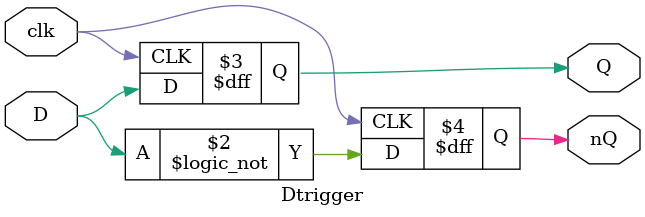
<source format=v>
module Dtrigger(clk, D, Q, nQ);
	//объявляем входы
	input clk, D;

	//объявляем выходы
	output Q, nQ;
	reg Q, nQ;

	always @(posedge clk) begin
		Q <= D;
		nQ <= !D;
	end
endmodule // Dtrigger

</source>
